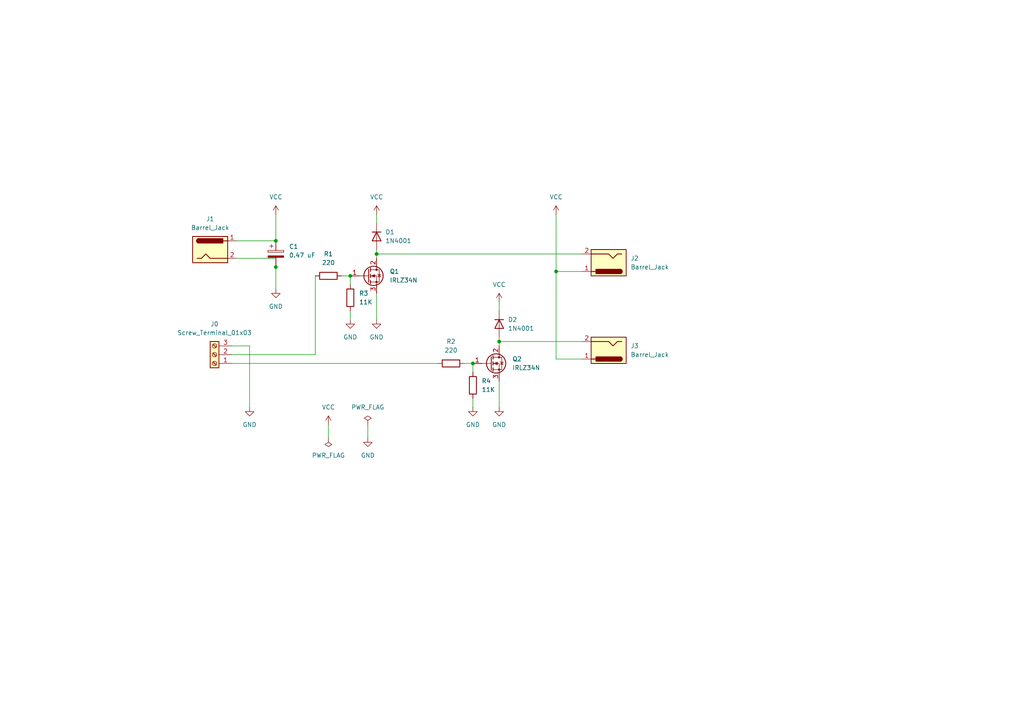
<source format=kicad_sch>
(kicad_sch (version 20211123) (generator eeschema)
  (paper "A4")
  (lib_symbols
    (symbol "Connector:Barrel_Jack" (pin_names (offset 1.016))
      (property "Reference" "J" (at 0 5.334 0))
      (property "Value" "Barrel_Jack" (at 0 -5.08 0))
      (symbol "Barrel_Jack_0_1"
        (rectangle (start -5.08 3.81) (end 5.08 -3.81) (stroke (width 0.254)) (fill (type background)))
        (arc (start -3.302 3.175) (mid -3.937 2.54) (end -3.302 1.905) (stroke (width 0.254)))
        (arc (start -3.302 3.175) (mid -3.937 2.54) (end -3.302 1.905) (stroke (width 0.254)) (fill (type outline)))
        (polyline (pts (xy 5.08 2.54) (xy 3.81 2.54)) (stroke (width 0.254)))
        (polyline (pts (xy -3.81 -2.54) (xy -2.54 -2.54) (xy -1.27 -1.27) (xy 0 -2.54) (xy 2.54 -2.54) (xy 5.08 -2.54)) (stroke (width 0.254)))
        (rectangle (start 3.683 3.175) (end -3.302 1.905) (stroke (width 0.254)) (fill (type outline)))
      )
      (symbol "Barrel_Jack_1_1"
        (pin passive line (at 7.62 2.54 180) (length 2.54) (name "~") (number "1"))
        (pin passive line (at 7.62 -2.54 180) (length 2.54) (name "~") (number "2"))
      )
    )
    (symbol "Connector:Screw_Terminal_01x03" (pin_names (offset 1.016) hide)
      (property "Reference" "J" (at 0 5.08 0))
      (property "Value" "Screw_Terminal_01x03" (at 0 -5.08 0))
      (symbol "Screw_Terminal_01x03_1_1"
        (rectangle (start -1.27 3.81) (end 1.27 -3.81) (stroke (width 0.254)) (fill (type background)))
        (circle (center 0 -2.54) (radius 0.635) (stroke (width 0.1524)))
        (polyline (pts (xy -0.5334 -2.2098) (xy 0.3302 -3.048)) (stroke (width 0.1524)))
        (polyline (pts (xy -0.5334 0.3302) (xy 0.3302 -0.508)) (stroke (width 0.1524)))
        (polyline (pts (xy -0.5334 2.8702) (xy 0.3302 2.032)) (stroke (width 0.1524)))
        (polyline (pts (xy -0.3556 -2.032) (xy 0.508 -2.8702)) (stroke (width 0.1524)))
        (polyline (pts (xy -0.3556 0.508) (xy 0.508 -0.3302)) (stroke (width 0.1524)))
        (polyline (pts (xy -0.3556 3.048) (xy 0.508 2.2098)) (stroke (width 0.1524)))
        (circle (center 0 0) (radius 0.635) (stroke (width 0.1524)))
        (circle (center 0 2.54) (radius 0.635) (stroke (width 0.1524)))
        (pin passive line (at -5.08 2.54 0) (length 3.81) (name "Pin_1") (number "1"))
        (pin passive line (at -5.08 0 0) (length 3.81) (name "Pin_2") (number "2"))
        (pin passive line (at -5.08 -2.54 0) (length 3.81) (name "Pin_3") (number "3"))
      )
    )
    (symbol "Device:C_Polarized" (pin_numbers hide) (pin_names (offset 0.254))
      (property "Reference" "C" (at 0.635 2.54 0))
      (property "Value" "C_Polarized" (at 0.635 -2.54 0))
      (symbol "C_Polarized_0_1"
        (rectangle (start -2.286 0.508) (end 2.286 1.016))
        (polyline (pts (xy -1.778 2.286) (xy -0.762 2.286)))
        (polyline (pts (xy -1.27 2.794) (xy -1.27 1.778)))
        (rectangle (start 2.286 -0.508) (end -2.286 -1.016) (fill (type outline)))
      )
      (symbol "C_Polarized_1_1"
        (pin passive line (at 0 3.81 270) (length 2.794) (name "~") (number "1"))
        (pin passive line (at 0 -3.81 90) (length 2.794) (name "~") (number "2"))
      )
    )
    (symbol "Device:R" (pin_numbers hide) (pin_names (offset 0))
      (property "Reference" "R" (at 2.032 0 90))
      (property "Value" "R" (at 0 0 90))
      (symbol "R_0_1"
        (rectangle (start -1.016 -2.54) (end 1.016 2.54) (stroke (width 0.254)))
      )
      (symbol "R_1_1"
        (pin passive line (at 0 3.81 270) (length 1.27) (name "~") (number "1"))
        (pin passive line (at 0 -3.81 90) (length 1.27) (name "~") (number "2"))
      )
    )
    (symbol "Diode:1N4001" (pin_numbers hide) (pin_names (offset 1.016) hide)
      (property "Reference" "D" (at 0 2.54 0))
      (property "Value" "1N4001" (at 0 -2.54 0))
      (symbol "1N4001_0_1"
        (polyline (pts (xy -1.27 1.27) (xy -1.27 -1.27)) (stroke (width 0.254)))
        (polyline (pts (xy 1.27 0) (xy -1.27 0)))
        (polyline (pts (xy 1.27 1.27) (xy 1.27 -1.27) (xy -1.27 0) (xy 1.27 1.27)) (stroke (width 0.254)))
      )
      (symbol "1N4001_1_1"
        (pin passive line (at -3.81 0 0) (length 2.54) (name "K") (number "1"))
        (pin passive line (at 3.81 0 180) (length 2.54) (name "A") (number "2"))
      )
    )
    (symbol "Transistor_FET:IRLZ34N" (pin_names hide)
      (property "Reference" "Q" (at 6.35 1.905 0))
      (property "Value" "IRLZ34N" (at 6.35 0 0))
      (symbol "IRLZ34N_0_1"
        (polyline (pts (xy 0.254 0) (xy -2.54 0)))
        (polyline (pts (xy 0.254 1.905) (xy 0.254 -1.905)) (stroke (width 0.254)))
        (polyline (pts (xy 0.762 -1.27) (xy 0.762 -2.286)) (stroke (width 0.254)))
        (polyline (pts (xy 0.762 0.508) (xy 0.762 -0.508)) (stroke (width 0.254)))
        (polyline (pts (xy 0.762 2.286) (xy 0.762 1.27)) (stroke (width 0.254)))
        (polyline (pts (xy 2.54 2.54) (xy 2.54 1.778)))
        (polyline (pts (xy 2.54 -2.54) (xy 2.54 0) (xy 0.762 0)))
        (polyline (pts (xy 0.762 -1.778) (xy 3.302 -1.778) (xy 3.302 1.778) (xy 0.762 1.778)))
        (polyline (pts (xy 1.016 0) (xy 2.032 0.381) (xy 2.032 -0.381) (xy 1.016 0)) (fill (type outline)))
        (polyline (pts (xy 2.794 0.508) (xy 2.921 0.381) (xy 3.683 0.381) (xy 3.81 0.254)))
        (polyline (pts (xy 3.302 0.381) (xy 2.921 -0.254) (xy 3.683 -0.254) (xy 3.302 0.381)))
        (circle (center 1.651 0) (radius 2.794) (stroke (width 0.254)))
        (circle (center 2.54 -1.778) (radius 0.254) (fill (type outline)))
        (circle (center 2.54 1.778) (radius 0.254) (fill (type outline)))
      )
      (symbol "IRLZ34N_1_1"
        (pin input line (at -5.08 0 0) (length 2.54) (name "G") (number "1"))
        (pin passive line (at 2.54 5.08 270) (length 2.54) (name "D") (number "2"))
        (pin passive line (at 2.54 -5.08 90) (length 2.54) (name "S") (number "3"))
      )
    )
    (symbol "power:GND" (power) (pin_names (offset 0))
      (property "Value" "GND" (at 0 -3.81 0))
      (symbol "GND_0_1"
        (polyline (pts (xy 0 0) (xy 0 -1.27) (xy 1.27 -1.27) (xy 0 -2.54) (xy -1.27 -1.27) (xy 0 -1.27)))
      )
      (symbol "GND_1_1"
        (pin power_in line (at 0 0 270) (length 0) hide (name "GND") (number "1"))
      )
    )
    (symbol "power:PWR_FLAG" (power) (pin_numbers hide) (pin_names (offset 0) hide)
      (property "Value" "PWR_FLAG" (at 0 3.81 0))
      (symbol "PWR_FLAG_0_0"
        (pin power_out line (at 0 0 90) (length 0) (name "pwr") (number "1"))
      )
      (symbol "PWR_FLAG_0_1"
        (polyline (pts (xy 0 0) (xy 0 1.27) (xy -1.016 1.905) (xy 0 2.54) (xy 1.016 1.905) (xy 0 1.27)))
      )
    )
    (symbol "power:VCC" (power) (pin_names (offset 0))
      (property "Value" "VCC" (at 0 3.81 0))
      (symbol "VCC_0_1"
        (polyline (pts (xy -0.762 1.27) (xy 0 2.54)))
        (polyline (pts (xy 0 0) (xy 0 2.54)))
        (polyline (pts (xy 0 2.54) (xy 0.762 1.27)))
      )
      (symbol "VCC_1_1"
        (pin power_in line (at 0 0 90) (length 0) hide (name "VCC") (number "1"))
      )
    )
  )
  (junction (at 101.6 80.01))
  (junction (at 161.29 78.74))
  (junction (at 109.22 73.66))
  (junction (at 80.01 77.47))
  (junction (at 80.01 69.85))
  (junction (at 137.16 105.41))
  (junction (at 144.78 99.06))
  (wire (pts (xy 67.31 100.33) (xy 72.39 100.33)))
  (wire (pts (xy 91.44 102.87) (xy 91.44 80.01)))
  (wire (pts (xy 109.22 73.66) (xy 109.22 74.93)))
  (wire (pts (xy 144.78 99.06) (xy 168.91 99.06)))
  (wire (pts (xy 68.58 74.93) (xy 80.01 74.93)))
  (wire (pts (xy 106.68 123.19) (xy 106.68 127)))
  (wire (pts (xy 144.78 99.06) (xy 144.78 100.33)))
  (wire (pts (xy 99.06 80.01) (xy 101.6 80.01)))
  (wire (pts (xy 161.29 104.14) (xy 161.29 78.74)))
  (wire (pts (xy 144.78 97.79) (xy 144.78 99.06)))
  (wire (pts (xy 168.91 104.14) (xy 161.29 104.14)))
  (wire (pts (xy 68.58 69.85) (xy 80.01 69.85)))
  (wire (pts (xy 137.16 105.41) (xy 137.16 107.95)))
  (wire (pts (xy 67.31 105.41) (xy 127 105.41)))
  (wire (pts (xy 95.25 123.19) (xy 95.25 127)))
  (wire (pts (xy 67.31 102.87) (xy 91.44 102.87)))
  (wire (pts (xy 80.01 74.93) (xy 80.01 77.47)))
  (wire (pts (xy 80.01 77.47) (xy 80.01 83.82)))
  (wire (pts (xy 72.39 100.33) (xy 72.39 118.11)))
  (wire (pts (xy 109.22 72.39) (xy 109.22 73.66)))
  (wire (pts (xy 161.29 78.74) (xy 161.29 62.23)))
  (wire (pts (xy 80.01 62.23) (xy 80.01 69.85)))
  (wire (pts (xy 134.62 105.41) (xy 137.16 105.41)))
  (wire (pts (xy 101.6 80.01) (xy 101.6 82.55)))
  (wire (pts (xy 144.78 87.63) (xy 144.78 90.17)))
  (wire (pts (xy 101.6 90.17) (xy 101.6 92.71)))
  (wire (pts (xy 109.22 62.23) (xy 109.22 64.77)))
  (wire (pts (xy 137.16 115.57) (xy 137.16 118.11)))
  (wire (pts (xy 109.22 73.66) (xy 168.91 73.66)))
  (wire (pts (xy 109.22 85.09) (xy 109.22 92.71)))
  (wire (pts (xy 144.78 110.49) (xy 144.78 118.11)))
  (wire (pts (xy 161.29 78.74) (xy 168.91 78.74)))
  (symbol (lib_id "power:GND") (at 137.16 118.11 0) (unit 1)
    (property "Reference" "#PWR0108" (effects hide))
    (property "Value" "GND" (at 137.16 123.19 0))
  )
  (symbol (lib_id "Device:R") (at 137.16 111.76 0) (unit 1)
    (property "Reference" "R4" (at 139.7 110.4899 0) (effects (justify left)))
    (property "Value" "11K" (at 139.7 113.0299 0) (effects (justify left)))
    (property "Footprint" "Resistor_THT:R_Axial_DIN0309_L9.0mm_D3.2mm_P12.70mm_Horizontal" (effects hide))
  )
  (symbol (lib_id "Transistor_FET:IRLZ34N") (at 106.68 80.01 0) (unit 1)
    (property "Reference" "Q1" (at 113.03 78.7399 0) (effects (justify left)))
    (property "Value" "IRLZ34N" (at 113.03 81.2799 0) (effects (justify left)))
    (property "Footprint" "Package_TO_SOT_THT:TO-220-3_Vertical" (effects hide))
    (property "Datasheet" "http://www.infineon.com/dgdl/irlz34npbf.pdf?fileId=5546d462533600a40153567206892720" (effects hide))
  )
  (symbol (lib_id "power:VCC") (at 144.78 87.63 0) (unit 1)
    (property "Reference" "#PWR0109" (effects hide))
    (property "Value" "VCC" (at 144.78 82.55 0))
  )
  (symbol (lib_id "power:GND") (at 101.6 92.71 0) (unit 1)
    (property "Reference" "#PWR0104" (effects hide))
    (property "Value" "GND" (at 101.6 97.79 0))
  )
  (symbol (lib_id "Device:R") (at 101.6 86.36 0) (unit 1)
    (property "Reference" "R3" (at 104.14 85.0899 0) (effects (justify left)))
    (property "Value" "11K" (at 104.14 87.6299 0) (effects (justify left)))
    (property "Footprint" "Resistor_THT:R_Axial_DIN0309_L9.0mm_D3.2mm_P12.70mm_Horizontal" (effects hide))
  )
  (symbol (lib_id "Transistor_FET:IRLZ34N") (at 142.24 105.41 0) (unit 1)
    (property "Reference" "Q2" (at 148.59 104.1399 0) (effects (justify left)))
    (property "Value" "IRLZ34N" (at 148.59 106.6799 0) (effects (justify left)))
    (property "Footprint" "Package_TO_SOT_THT:TO-220-3_Vertical" (effects hide))
    (property "Datasheet" "http://www.infineon.com/dgdl/irlz34npbf.pdf?fileId=5546d462533600a40153567206892720" (effects hide))
  )
  (symbol (lib_id "power:GND") (at 72.39 118.11 0) (unit 1)
    (property "Reference" "#PWR0103" (effects hide))
    (property "Value" "GND" (at 72.39 123.19 0))
  )
  (symbol (lib_id "Diode:1N4001") (at 144.78 93.98 270) (unit 1)
    (property "Reference" "D2" (at 147.32 92.7099 90) (effects (justify left)))
    (property "Value" "1N4001" (at 147.32 95.2499 90) (effects (justify left)))
    (property "Footprint" "Diode_THT:D_DO-41_SOD81_P10.16mm_Horizontal" (effects hide))
    (property "Datasheet" "http://www.vishay.com/docs/88503/1n4001.pdf" (effects hide))
  )
  (symbol (lib_id "Connector:Barrel_Jack") (at 176.53 76.2 180) (unit 1)
    (property "Reference" "J2" (at 182.88 74.9299 0) (effects (justify right)))
    (property "Value" "Barrel_Jack" (at 182.88 77.4699 0) (effects (justify right)))
    (property "Footprint" "Connector_BarrelJack:BarrelJack_Horizontal" (effects hide))
  )
  (symbol (lib_id "Connector:Barrel_Jack") (at 60.96 72.39 0) (unit 1)
    (property "Reference" "J1" (at 60.96 63.5 0))
    (property "Value" "Barrel_Jack" (at 60.96 66.04 0))
    (property "Footprint" "Connector_BarrelJack:BarrelJack_Horizontal" (effects hide))
  )
  (symbol (lib_id "Diode:1N4001") (at 109.22 68.58 270) (unit 1)
    (property "Reference" "D1" (at 111.76 67.3099 90) (effects (justify left)))
    (property "Value" "1N4001" (at 111.76 69.8499 90) (effects (justify left)))
    (property "Footprint" "Diode_THT:D_DO-41_SOD81_P10.16mm_Horizontal" (effects hide))
    (property "Datasheet" "http://www.vishay.com/docs/88503/1n4001.pdf" (effects hide))
  )
  (symbol (lib_id "Device:C_Polarized") (at 80.01 73.66 0) (unit 1)
    (property "Reference" "C1" (at 83.82 71.5009 0) (effects (justify left)))
    (property "Value" "0.47 uF" (at 83.82 74.0409 0) (effects (justify left)))
    (property "Footprint" "Capacitor_THT:CP_Radial_D5.0mm_P2.50mm" (effects hide))
  )
  (symbol (lib_id "power:VCC") (at 80.01 62.23 0) (unit 1)
    (property "Reference" "#PWR0101" (effects hide))
    (property "Value" "VCC" (at 80.01 57.15 0))
  )
  (symbol (lib_id "power:GND") (at 80.01 83.82 0) (unit 1)
    (property "Reference" "#PWR0102" (effects hide))
    (property "Value" "GND" (at 80.01 88.9 0))
  )
  (symbol (lib_id "Connector:Screw_Terminal_01x03") (at 62.23 102.87 180) (unit 1)
    (property "Reference" "J0" (at 62.23 93.98 0))
    (property "Value" "Screw_Terminal_01x03" (at 62.23 96.52 0))
    (property "Footprint" "TerminalBlock:TerminalBlock_bornier-3_P5.08mm" (effects hide))
  )
  (symbol (lib_id "power:GND") (at 144.78 118.11 0) (unit 1)
    (property "Reference" "#PWR0107" (effects hide))
    (property "Value" "GND" (at 144.78 123.19 0))
  )
  (symbol (lib_id "power:PWR_FLAG") (at 95.25 127 180) (unit 1)
    (property "Reference" "#FLG0102" (effects hide))
    (property "Value" "PWR_FLAG" (at 95.25 132.08 0))
  )
  (symbol (lib_id "power:VCC") (at 109.22 62.23 0) (unit 1)
    (property "Reference" "#PWR0106" (effects hide))
    (property "Value" "VCC" (at 109.22 57.15 0))
  )
  (symbol (lib_id "power:VCC") (at 161.29 62.23 0) (unit 1)
    (property "Reference" "#PWR0110" (effects hide))
    (property "Value" "VCC" (at 161.29 57.15 0))
  )
  (symbol (lib_id "Connector:Barrel_Jack") (at 176.53 101.6 180) (unit 1)
    (property "Reference" "J3" (at 182.88 100.3299 0) (effects (justify right)))
    (property "Value" "Barrel_Jack" (at 182.88 102.8699 0) (effects (justify right)))
    (property "Footprint" "Connector_BarrelJack:BarrelJack_Horizontal" (effects hide))
  )
  (symbol (lib_id "power:VCC") (at 95.25 123.19 0) (unit 1)
    (property "Reference" "#PWR0111" (effects hide))
    (property "Value" "VCC" (at 95.25 118.11 0))
  )
  (symbol (lib_id "power:GND") (at 109.22 92.71 0) (unit 1)
    (property "Reference" "#PWR0105" (effects hide))
    (property "Value" "GND" (at 109.22 97.79 0))
  )
  (symbol (lib_id "Device:R") (at 130.81 105.41 90) (unit 1)
    (property "Reference" "R2" (at 130.81 99.06 90))
    (property "Value" "220" (at 130.81 101.6 90))
    (property "Footprint" "Resistor_THT:R_Axial_DIN0309_L9.0mm_D3.2mm_P12.70mm_Horizontal" (effects hide))
  )
  (symbol (lib_id "Device:R") (at 95.25 80.01 90) (unit 1)
    (property "Reference" "R1" (at 95.25 73.66 90))
    (property "Value" "220" (at 95.25 76.2 90))
    (property "Footprint" "Resistor_THT:R_Axial_DIN0309_L9.0mm_D3.2mm_P12.70mm_Horizontal" (effects hide))
  )
  (symbol (lib_id "power:PWR_FLAG") (at 106.68 123.19 0) (unit 1)
    (property "Reference" "#FLG0101" (effects hide))
    (property "Value" "PWR_FLAG" (at 106.68 118.11 0))
  )
  (symbol (lib_id "power:GND") (at 106.68 127 0) (unit 1)
    (property "Reference" "#PWR0112" (effects hide))
    (property "Value" "GND" (at 106.68 132.08 0))
  )
)
</source>
